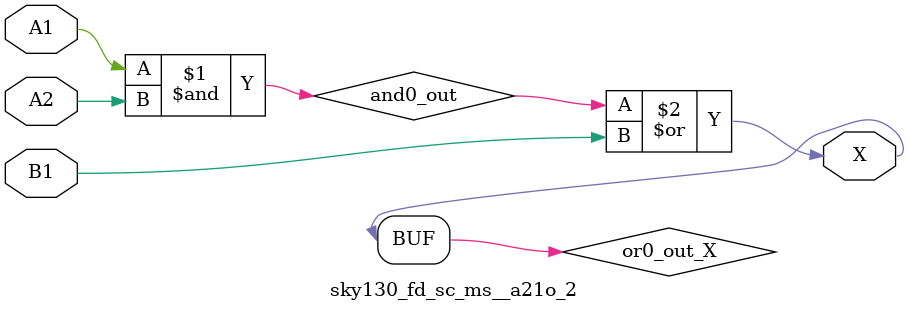
<source format=v>
/*
 * Copyright 2020 The SkyWater PDK Authors
 *
 * Licensed under the Apache License, Version 2.0 (the "License");
 * you may not use this file except in compliance with the License.
 * You may obtain a copy of the License at
 *
 *     https://www.apache.org/licenses/LICENSE-2.0
 *
 * Unless required by applicable law or agreed to in writing, software
 * distributed under the License is distributed on an "AS IS" BASIS,
 * WITHOUT WARRANTIES OR CONDITIONS OF ANY KIND, either express or implied.
 * See the License for the specific language governing permissions and
 * limitations under the License.
 *
 * SPDX-License-Identifier: Apache-2.0
*/


`ifndef SKY130_FD_SC_MS__A21O_2_FUNCTIONAL_V
`define SKY130_FD_SC_MS__A21O_2_FUNCTIONAL_V

/**
 * a21o: 2-input AND into first input of 2-input OR.
 *
 *       X = ((A1 & A2) | B1)
 *
 * Verilog simulation functional model.
 */

`timescale 1ns / 1ps
`default_nettype none

`celldefine
module sky130_fd_sc_ms__a21o_2 (
    X ,
    A1,
    A2,
    B1
);

    // Module ports
    output X ;
    input  A1;
    input  A2;
    input  B1;

    // Local signals
    wire and0_out ;
    wire or0_out_X;

    //  Name  Output     Other arguments
    and and0 (and0_out , A1, A2         );
    or  or0  (or0_out_X, and0_out, B1   );
    buf buf0 (X        , or0_out_X      );

endmodule
`endcelldefine

`default_nettype wire
`endif  // SKY130_FD_SC_MS__A21O_2_FUNCTIONAL_V

</source>
